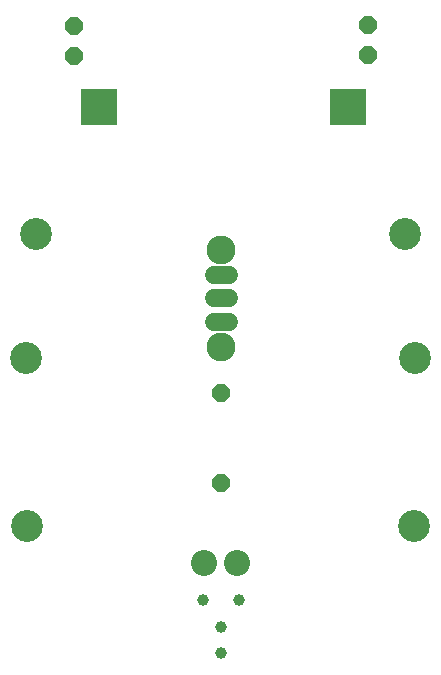
<source format=gbs>
G75*
G70*
%OFA0B0*%
%FSLAX24Y24*%
%IPPOS*%
%LPD*%
%AMOC8*
5,1,8,0,0,1.08239X$1,22.5*
%
%ADD10C,0.0395*%
%ADD11OC8,0.0592*%
%ADD12R,0.1189X0.1189*%
%ADD13C,0.0584*%
%ADD14C,0.0962*%
%ADD15C,0.0867*%
%ADD16C,0.1064*%
D10*
X006975Y005043D03*
X007575Y004143D03*
X008175Y005043D03*
X007575Y003293D03*
D11*
X007575Y008968D03*
X007575Y011968D03*
X002675Y023193D03*
X002675Y024193D03*
X012475Y024218D03*
X012475Y023218D03*
D12*
X011829Y021493D03*
X003521Y021493D03*
D13*
X007348Y015906D02*
X007852Y015906D01*
X007852Y015118D02*
X007348Y015118D01*
X007348Y014331D02*
X007852Y014331D01*
D14*
X007600Y013504D03*
X007600Y016732D03*
D15*
X008125Y006293D03*
X007025Y006293D03*
D16*
X001125Y007518D03*
X001100Y013118D03*
X001425Y017268D03*
X013725Y017268D03*
X014050Y013118D03*
X014025Y007518D03*
M02*

</source>
